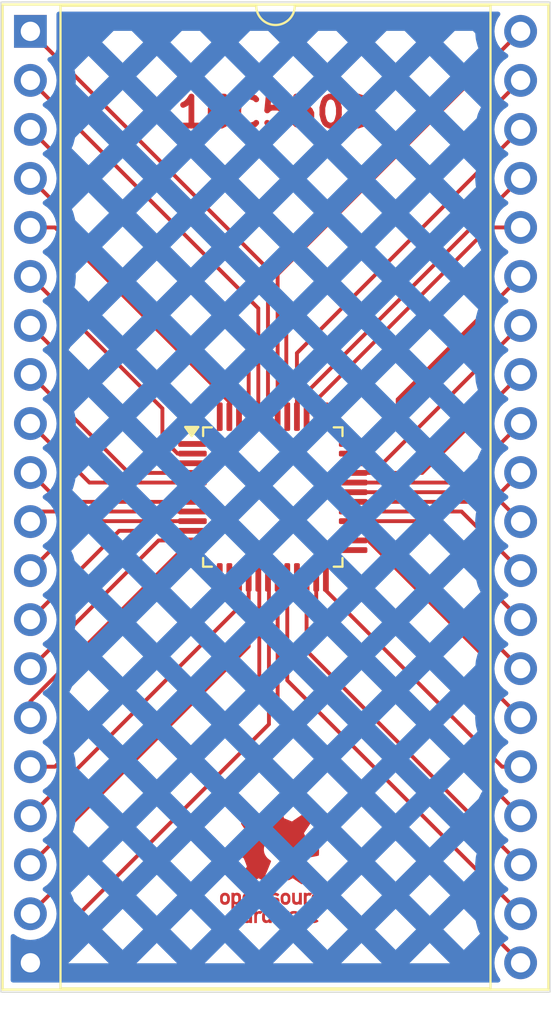
<source format=kicad_pcb>
(kicad_pcb (version 20240108) (generator "pcbnew") (generator_version "8.0")
  (title_block (date "2025-01-31") (rev "A"))
  (layers (0 "F.Cu" signal) (31 "B.Cu" signal) (34 "B.Paste" user) (35 "F.Paste" user) (36 "B.SilkS" user "B.Silkscreen") (37 "F.SilkS" user "F.Silkscreen") (38 "B.Mask" user) (39 "F.Mask" user) (44 "Edge.Cuts" user))
  (net 0 "")
  (net 1 "/~{DTR}")
  (net 2 "/D4")
  (net 3 "/A1")
  (net 4 "/D2")
  (net 5 "/D7")
  (net 6 "/GND")
  (net 7 "/A0")
  (net 8 "/RD")
  (net 9 "/CS0")
  (net 10 "/~{RI}")
  (net 11 "/D6")
  (net 12 "/~{OUT1}")
  (net 13 "/~{DCD}")
  (net 14 "/CS1")
  (net 15 "/~{RTS}")
  (net 16 "/~{OUT2}")
  (net 17 "/~{WR}")
  (net 18 "/INTR")
  (net 19 "/D0")
  (net 20 "/~{TXRDY}")
  (net 21 "/SOUT")
  (net 22 "/~{DSR}")
  (net 23 "/~{BAUDOUT}")
  (net 24 "/~{CS2}")
  (net 25 "/~{CTS}")
  (net 26 "/WR")
  (net 27 "/XOUT")
  (net 28 "/A2")
  (net 29 "/~{RXRDY}")
  (net 30 "/D3")
  (net 31 "/~{ADS}")
  (net 32 "/RCLK")
  (net 33 "/D5")
  (net 34 "/D1")
  (net 35 "/SIN")
  (net 36 "/DDIS")
  (net 37 "/~{RD}")
  (net 38 "/XIN")
  (net 39 "/MR")
  (net 40 "/VCC")
  (footprint "Package_QFP:LQFP-48_7x7mm_P0.5mm" (layer "F.Cu") (at 147.18 92.7075)
    (property "Reference" "U1" (hide yes))
    (property "Value" "16C550D")
  )
  (footprint "Symbol:OSHW-Logo_5.7x6mm_Copper" (layer "F.Cu") (at 147.32 111.76)
    (property "Reference" "REF**" (hide yes))
    (property "Value" "OSHW-Logo_5.7x6mm_Copper" (hide yes))
  )
  (footprint "16C550D:DIP-40_Pin_Headers" (layer "F.Cu") (at 134.62 68.58)
    (property "Reference" "J1" (hide yes))
    (property "Value" "Conn_02x20_Counter_Clockwise")
  )
  (gr_rect (start 133.096 67.056) (end 161.544 118.364) (stroke (width 0.05)) (fill none) (layer "Edge.Cuts"))
  (gr_text "16C550D" (at 147.32 73.66 0) (layer "F.Cu") (effects (font (size 1.5 1.5) (thickness 0.3) (bold yes)) (justify bottom)))
  (segment (start 160.02 86.36) (end 154.9225 91.4575) (width 0.2) (layer "F.Cu") (net 1))
  (segment (start 154.9225 91.4575) (end 151.3425 91.4575) (width 0.2) (layer "F.Cu") (net 1))
  (segment (start 144.93 87.77509) (end 135.89491 78.74) (width 0.2) (layer "F.Cu") (net 2))
  (segment (start 144.93 88.545) (end 144.93 87.77509) (width 0.2) (layer "F.Cu") (net 2))
  (segment (start 135.89491 78.74) (end 134.62 78.74) (width 0.2) (layer "F.Cu") (net 2))
  (segment (start 160.02 101.6) (end 152.8775 94.4575) (width 0.2) (layer "F.Cu") (net 3))
  (segment (start 152.8775 94.4575) (end 151.3425 94.4575) (width 0.2) (layer "F.Cu") (net 3))
  (segment (start 145.93 84.97) (end 134.62 73.66) (width 0.2) (layer "F.Cu") (net 4))
  (segment (start 145.93 88.545) (end 145.93 84.97) (width 0.2) (layer "F.Cu") (net 4))
  (segment (start 134.62 86.36) (end 139.7175 91.4575) (width 0.2) (layer "F.Cu") (net 5))
  (segment (start 139.7175 91.4575) (end 143.0175 91.4575) (width 0.2) (layer "F.Cu") (net 5))
  (segment (start 146.98 96.92) (end 146.93 96.87) (width 0.2) (layer "F.Cu") (net 6))
  (segment (start 134.62 116.84) (end 146.98 104.48) (width 0.2) (layer "F.Cu") (net 6))
  (segment (start 146.98 104.48) (end 146.98 96.92) (width 0.2) (layer "F.Cu") (net 6))
  (segment (start 154.9175 93.9575) (end 151.3425 93.9575) (width 0.2) (layer "F.Cu") (net 7))
  (segment (start 160.02 99.06) (end 154.9175 93.9575) (width 0.2) (layer "F.Cu") (net 7))
  (segment (start 160.02 114.3) (end 147.93 102.21) (width 0.2) (layer "F.Cu") (net 8))
  (segment (start 147.93 102.21) (end 147.93 96.87) (width 0.2) (layer "F.Cu") (net 8))
  (segment (start 137.1825 93.9575) (end 143.0175 93.9575) (width 0.2) (layer "F.Cu") (net 9))
  (segment (start 134.62 96.52) (end 137.1825 93.9575) (width 0.2) (layer "F.Cu") (net 9))
  (segment (start 147.93 88.05) (end 147.93 88.545) (width 0.2) (layer "F.Cu") (net 10))
  (segment (start 160.02 71.12) (end 147.88 83.26) (width 0.2) (layer "F.Cu") (net 10))
  (segment (start 147.88 88) (end 147.93 88.05) (width 0.2) (layer "F.Cu") (net 10))
  (segment (start 147.88 83.26) (end 147.88 88) (width 0.2) (layer "F.Cu") (net 10))
  (segment (start 141.7575 90.9575) (end 143.0175 90.9575) (width 0.2) (layer "F.Cu") (net 11))
  (segment (start 134.62 83.82) (end 141.7575 90.9575) (width 0.2) (layer "F.Cu") (net 11))
  (segment (start 160.02 83.82) (end 152.8825 90.9575) (width 0.2) (layer "F.Cu") (net 12))
  (segment (start 152.8825 90.9575) (end 151.3425 90.9575) (width 0.2) (layer "F.Cu") (net 12))
  (segment (start 148.43 85.25) (end 148.43 88.545) (width 0.2) (layer "F.Cu") (net 13))
  (segment (start 160.02 73.66) (end 148.43 85.25) (width 0.2) (layer "F.Cu") (net 13))
  (segment (start 134.62 99.06) (end 139.2225 94.4575) (width 0.2) (layer "F.Cu") (net 14))
  (segment (start 139.2225 94.4575) (end 143.0175 94.4575) (width 0.2) (layer "F.Cu") (net 14))
  (segment (start 160.02 88.9) (end 156.9625 91.9575) (width 0.2) (layer "F.Cu") (net 15))
  (segment (start 156.9625 91.9575) (end 151.3425 91.9575) (width 0.2) (layer "F.Cu") (net 15))
  (segment (start 160.02 91.44) (end 159.0025 92.4575) (width 0.2) (layer "F.Cu") (net 16))
  (segment (start 159.0025 92.4575) (end 151.3425 92.4575) (width 0.2) (layer "F.Cu") (net 16))
  (segment (start 145.93 100.45) (end 145.93 96.87) (width 0.2) (layer "F.Cu") (net 17))
  (segment (start 134.62 111.76) (end 145.93 100.45) (width 0.2) (layer "F.Cu") (net 17))
  (segment (start 160.02 93.98) (end 158.9975 92.9575) (width 0.2) (layer "F.Cu") (net 18))
  (segment (start 158.9975 92.9575) (end 151.3425 92.9575) (width 0.2) (layer "F.Cu") (net 18))
  (segment (start 146.93 80.89) (end 146.93 88.545) (width 0.2) (layer "F.Cu") (net 19))
  (segment (start 134.62 68.58) (end 146.93 80.89) (width 0.2) (layer "F.Cu") (net 19))
  (segment (start 160.02 109.22) (end 149.43 98.63) (width 0.2) (layer "F.Cu") (net 20))
  (segment (start 149.43 98.63) (end 149.43 96.87) (width 0.2) (layer "F.Cu") (net 20))
  (segment (start 135.1425 93.4575) (end 143.0175 93.4575) (width 0.2) (layer "F.Cu") (net 21))
  (segment (start 134.62 93.98) (end 135.1425 93.4575) (width 0.2) (layer "F.Cu") (net 21))
  (segment (start 148.93 87.29) (end 148.93 88.545) (width 0.2) (layer "F.Cu") (net 22))
  (segment (start 160.02 76.2) (end 148.93 87.29) (width 0.2) (layer "F.Cu") (net 22))
  (segment (start 134.62 104.14) (end 134.62 103.29) (width 0.2) (layer "F.Cu") (net 23))
  (segment (start 142.4525 95.4575) (end 143.0175 95.4575) (width 0.2) (layer "F.Cu") (net 23))
  (segment (start 134.62 103.29) (end 142.4525 95.4575) (width 0.2) (layer "F.Cu") (net 23))
  (segment (start 134.62 101.6) (end 141.2625 94.9575) (width 0.2) (layer "F.Cu") (net 24))
  (segment (start 141.2625 94.9575) (end 143.0175 94.9575) (width 0.2) (layer "F.Cu") (net 24))
  (segment (start 149.43 87.69) (end 149.43 88.545) (width 0.2) (layer "F.Cu") (net 25))
  (segment (start 158.38 78.74) (end 149.43 87.69) (width 0.2) (layer "F.Cu") (net 25))
  (segment (start 160.02 78.74) (end 158.38 78.74) (width 0.2) (layer "F.Cu") (net 25))
  (segment (start 146.48 96.85) (end 146.45 96.85) (width 0.2) (layer "F.Cu") (net 26))
  (segment (start 134.62 114.3) (end 146.48 102.44) (width 0.2) (layer "F.Cu") (net 26))
  (segment (start 146.48 102.44) (end 146.48 96.85) (width 0.2) (layer "F.Cu") (net 26))
  (segment (start 146.45 96.85) (end 146.43 96.87) (width 0.2) (layer "F.Cu") (net 26))
  (segment (start 134.62 109.22) (end 145.43 98.41) (width 0.2) (layer "F.Cu") (net 27))
  (segment (start 145.43 98.41) (end 145.43 96.87) (width 0.2) (layer "F.Cu") (net 27))
  (segment (start 152.11241 94.9575) (end 151.3425 94.9575) (width 0.2) (layer "F.Cu") (net 28))
  (segment (start 158.11 100.95509) (end 152.11241 94.9575) (width 0.2) (layer "F.Cu") (net 28))
  (segment (start 158.2 102.32) (end 158.11 102.32) (width 0.2) (layer "F.Cu") (net 28))
  (segment (start 158.11 102.32) (end 158.11 100.95509) (width 0.2) (layer "F.Cu") (net 28))
  (segment (start 160.02 104.14) (end 158.2 102.32) (width 0.2) (layer "F.Cu") (net 28))
  (segment (start 156.9575 93.4575) (end 151.3425 93.4575) (width 0.2) (layer "F.Cu") (net 29))
  (segment (start 160.02 96.52) (end 156.9575 93.4575) (width 0.2) (layer "F.Cu") (net 29))
  (segment (start 145.43 87.01) (end 134.62 76.2) (width 0.2) (layer "F.Cu") (net 30))
  (segment (start 145.43 88.545) (end 145.43 87.01) (width 0.2) (layer "F.Cu") (net 30))
  (segment (start 159.06 106.68) (end 149.93 97.55) (width 0.2) (layer "F.Cu") (net 31))
  (segment (start 149.93 97.55) (end 149.93 96.87) (width 0.2) (layer "F.Cu") (net 31))
  (segment (start 160.02 106.68) (end 159.06 106.68) (width 0.2) (layer "F.Cu") (net 31))
  (segment (start 134.62 88.9) (end 137.6775 91.9575) (width 0.2) (layer "F.Cu") (net 32))
  (segment (start 137.6775 91.9575) (end 143.0175 91.9575) (width 0.2) (layer "F.Cu") (net 32))
  (segment (start 141.46 89.66991) (end 142.24759 90.4575) (width 0.2) (layer "F.Cu") (net 33))
  (segment (start 142.24759 90.4575) (end 143.0175 90.4575) (width 0.2) (layer "F.Cu") (net 33))
  (segment (start 141.46 88.12) (end 141.46 89.66991) (width 0.2) (layer "F.Cu") (net 33))
  (segment (start 134.62 81.28) (end 141.46 88.12) (width 0.2) (layer "F.Cu") (net 33))
  (segment (start 134.62 71.12) (end 146.43 82.93) (width 0.2) (layer "F.Cu") (net 34))
  (segment (start 146.43 82.93) (end 146.43 88.545) (width 0.2) (layer "F.Cu") (net 34))
  (segment (start 134.62 91.44) (end 136.1375 92.9575) (width 0.2) (layer "F.Cu") (net 35))
  (segment (start 136.1375 92.9575) (end 143.0175 92.9575) (width 0.2) (layer "F.Cu") (net 35))
  (segment (start 160.02 111.76) (end 148.93 100.67) (width 0.2) (layer "F.Cu") (net 36))
  (segment (start 148.93 100.67) (end 148.93 96.87) (width 0.2) (layer "F.Cu") (net 36))
  (segment (start 160.02 116.84) (end 147.43 104.25) (width 0.2) (layer "F.Cu") (net 37))
  (segment (start 147.43 104.25) (end 147.43 96.87) (width 0.2) (layer "F.Cu") (net 37))
  (segment (start 135.88991 106.68) (end 144.93 97.63991) (width 0.2) (layer "F.Cu") (net 38))
  (segment (start 134.62 106.68) (end 135.88991 106.68) (width 0.2) (layer "F.Cu") (net 38))
  (segment (start 144.93 97.63991) (end 144.93 96.87) (width 0.2) (layer "F.Cu") (net 38))
  (segment (start 160.02 81.28) (end 153.65 87.65) (width 0.2) (layer "F.Cu") (net 39))
  (segment (start 152.1625 90.4575) (end 151.3425 90.4575) (width 0.2) (layer "F.Cu") (net 39))
  (segment (start 153.65 87.65) (end 153.65 88.97) (width 0.2) (layer "F.Cu") (net 39))
  (segment (start 153.65 88.97) (end 152.1625 90.4575) (width 0.2) (layer "F.Cu") (net 39))
  (segment (start 147.43 81.17) (end 147.43 88.545) (width 0.2) (layer "F.Cu") (net 40))
  (segment (start 160.02 68.58) (end 147.43 81.17) (width 0.2) (layer "F.Cu") (net 40))
  (zone (net 6) (net_name "/GND") (layer "B.Cu") (connect_pads yes (clearance 0.5)) (min_thickness 0.25) (fill yes (mode hatch) (thermal_gap 0.5) (thermal_bridge_width 0.5) (hatch_thickness 1) (hatch_gap 1.5) (hatch_orientation 45) (hatch_border_algorithm hatch_thickness) (hatch_min_hole_area 0.3))
    (polygon (pts (xy 133.096 67.056) (xy 161.544 67.056) (xy 161.544 118.364) (xy 133.096 118.364)))
  )
)
</source>
